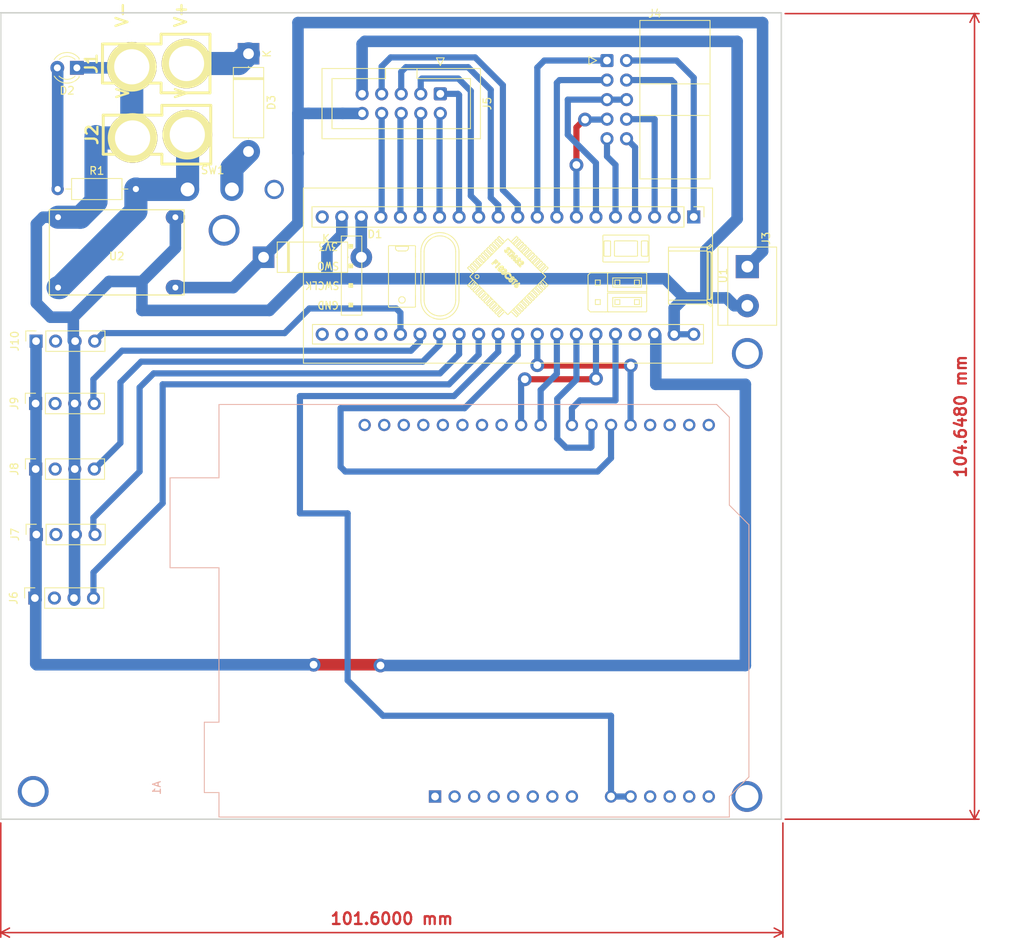
<source format=kicad_pcb>
(kicad_pcb (version 20221018) (generator pcbnew)
  (layers (0 "F.Cu" signal) (31 "B.Cu" signal) (34 "B.Paste" user) (35 "F.Paste" user) (36 "B.SilkS" user "B.Silkscreen") (37 "F.SilkS" user "F.Silkscreen") (38 "B.Mask" user) (39 "F.Mask" user) (44 "Edge.Cuts" user))
  (net 0 "")
  (net 9 "/EN1")
  (net 10 "/C1")
  (net 11 "/C2")
  (net 18 "/INB1")
  (net 19 "/PWM1")
  (net 20 "/PWM2")
  (net 21 "/INA1")
  (net 22 "/INA2")
  (net 23 "/INB2")
  (net 32 "/5v")
  (net 33 "GND")
  (net 34 "Net-(D1-K)")
  (net 35 "/VCC")
  (net 36 "Net-(D2-A)")
  (net 37 "/VIN")
  (net 38 "/S2")
  (net 39 "/S3")
  (net 40 "/S1")
  (net 41 "/S4")
  (net 42 "/S5")
  (net 43 "/S8")
  (net 44 "/S6")
  (net 45 "/S7")
  (net 46 "/B1")
  (net 47 "/L1")
  (net 48 "/B2")
  (net 49 "/L2")
  (net 50 "/B3")
  (net 51 "/L3")
  (net 52 "/B4")
  (net 53 "/L4")
  (net 54 "/3,3v")
  (net 55 "Net-(D3-K)")
  (net 56 "/P1")
  (net 58 "/P2")
  (net 60 "/P3")
  (net 62 "/P4")
  (net 63 "/P5")
  (net 71 "/38khz")
  (footprint "Connector_IDC:IDC-Header_2x05_P2.54mm_Horizontal" (layer "F.Cu") (at 129.9051 15.9512)
    (fp_text reference "J4" (at 6.215 -6.1) (layer "F.SilkS"))
    (fp_text value "Control Sensores")
    (pad "1" thru_hole roundrect (at 0 0) (size 1.7 1.7) (drill 1) (layers "*.Cu" "*.Mask") (roundrect_rratio 0.147059) (net 41 "/S4"))
    (pad "2" thru_hole circle (at 2.54 0) (size 1.7 1.7) (drill 1) (layers "*.Cu" "*.Mask") (net 43 "/S8"))
    (pad "3" thru_hole circle (at 0 2.54) (size 1.7 1.7) (drill 1) (layers "*.Cu" "*.Mask") (net 39 "/S3"))
    (pad "4" thru_hole circle (at 2.54 2.54) (size 1.7 1.7) (drill 1) (layers "*.Cu" "*.Mask") (net 45 "/S7"))
    (pad "5" thru_hole circle (at 0 5.08) (size 1.7 1.7) (drill 1) (layers "*.Cu" "*.Mask") (net 71 "/38khz"))
    (pad "6" thru_hole circle (at 2.54 5.08) (size 1.7 1.7) (drill 1) (layers "*.Cu" "*.Mask") (net 71 "/38khz"))
    (pad "7" thru_hole circle (at 0 7.62) (size 1.7 1.7) (drill 1) (layers "*.Cu" "*.Mask") (net 38 "/S2"))
    (pad "8" thru_hole circle (at 2.54 7.62) (size 1.7 1.7) (drill 1) (layers "*.Cu" "*.Mask") (net 44 "/S6"))
    (pad "9" thru_hole circle (at 0 10.16) (size 1.7 1.7) (drill 1) (layers "*.Cu" "*.Mask") (net 40 "/S1"))
    (pad "10" thru_hole circle (at 2.54 10.16) (size 1.7 1.7) (drill 1) (layers "*.Cu" "*.Mask") (net 42 "/S5"))
  )
  (footprint "Connector:Banana_Jack_3Pin" (layer "F.Cu") (at 75.4264 32.69742)
    (fp_text reference "SW1" (at 3.25 -2.5) (layer "F.SilkS"))
    (fp_text value "SW_DPDT_x2")
    (pad "1" thru_hole circle (at 0 0) (size 2.5 2.5) (drill 1.8) (layers "*.Cu" "*.Mask") (net 37 "/VIN"))
    (pad "2" thru_hole circle (at 5.75 0) (size 2.5 2.5) (drill 1.8) (layers "*.Cu" "*.Mask") (net 55 "Net-(D3-K)"))
    (pad "3" thru_hole circle (at 11.25 0) (size 2.5 2.5) (drill 1.8) (layers "*.Cu" "*.Mask"))
  )
  (footprint "Diode_THT:D_5W_P12.70mm_Horizontal" (layer "F.Cu") (at 83.3374 15.06982 -90)
    (fp_text reference "D3" (at 6.35 -2.97 90) (layer "F.SilkS"))
    (fp_text value "type=\"D\" model=\"DIODE\" lib=\"\"")
    (fp_text user "K" (at 0 -2.4 90) (layer "F.SilkS"))
    (pad "1" thru_hole rect (at 0 0 270) (size 2.8 2.8) (drill 1.4) (layers "*.Cu" "*.Mask") (net 35 "/VCC"))
    (pad "2" thru_hole oval (at 12.7 0 270) (size 2.8 2.8) (drill 1.4) (layers "*.Cu" "*.Mask") (net 55 "Net-(D3-K)"))
  )
  (footprint "" (layer "F.Cu") (at 148.1328 54.0004)
    (fp_text reference "" (at 0 0) (layer "F.SilkS") (effects (font (size 1.27 1.27))))
    (fp_text value "" (at 0 0) (layer "F.SilkS") (effects (font (size 1.27 1.27))))
    (pad "1" thru_hole circle (at 0 0) (size 4 4) (drill 3) (layers "*.Cu" "*.Mask"))
  )
  (footprint "Connector_IDC:IDC-Header_2x05_P2.54mm_Vertical" (layer "F.Cu") (at 108.2548 20.2787 -90)
    (fp_text reference "J5" (at 1.27 -6.1 -270) (layer "F.SilkS"))
    (fp_text value "Control Botones")
    (pad "1" thru_hole roundrect (at 0 0 270) (size 1.7 1.7) (drill 1) (layers "*.Cu" "*.Mask") (roundrect_rratio 0.147059) (net 46 "/B1"))
    (pad "2" thru_hole circle (at 2.54 0 270) (size 1.7 1.7) (drill 1) (layers "*.Cu" "*.Mask") (net 47 "/L1"))
    (pad "3" thru_hole circle (at 0 2.54 270) (size 1.7 1.7) (drill 1) (layers "*.Cu" "*.Mask") (net 48 "/B2"))
    (pad "4" thru_hole circle (at 2.54 2.54 270) (size 1.7 1.7) (drill 1) (layers "*.Cu" "*.Mask") (net 49 "/L2"))
    (pad "5" thru_hole circle (at 0 5.08 270) (size 1.7 1.7) (drill 1) (layers "*.Cu" "*.Mask") (net 50 "/B3"))
    (pad "6" thru_hole circle (at 2.54 5.08 270) (size 1.7 1.7) (drill 1) (layers "*.Cu" "*.Mask") (net 51 "/L3"))
    (pad "7" thru_hole circle (at 0 7.62 270) (size 1.7 1.7) (drill 1) (layers "*.Cu" "*.Mask") (net 52 "/B4"))
    (pad "8" thru_hole circle (at 2.54 7.62 270) (size 1.7 1.7) (drill 1) (layers "*.Cu" "*.Mask") (net 53 "/L4"))
    (pad "9" thru_hole circle (at 0 10.16 270) (size 1.7 1.7) (drill 1) (layers "*.Cu" "*.Mask") (net 33 "GND"))
    (pad "10" thru_hole circle (at 2.54 10.16 270) (size 1.7 1.7) (drill 1) (layers "*.Cu" "*.Mask") (net 32 "/5v"))
  )
  (footprint "TerminalBlock:TerminalBlock_bornier-2_P5.08mm" (layer "F.Cu") (at 148.1328 42.7228 -90)
    (fp_text reference "J3" (at -3.6576 -2.4384 90) (layer "F.SilkS"))
    (fp_text value "Conn_01x02_Male")
    (pad "1" thru_hole rect (at 0 0 270) (size 3 3) (drill 1.52) (layers "*.Cu" "*.Mask") (net 32 "/5v"))
    (pad "2" thru_hole circle (at 5.08 0 270) (size 3 3) (drill 1.52) (layers "*.Cu" "*.Mask") (net 33 "GND"))
  )
  (footprint "Diode_THT:D_5W_P12.70mm_Horizontal" (layer "F.Cu") (at 85.2932 41.5036)
    (fp_text reference "D1" (at 14.4526 -2.98778) (layer "F.SilkS"))
    (fp_text value "type=\"D\" model=\"DIODE\" lib=\"\"")
    (fp_text user "K" (at 8.1026 -2.41778) (layer "F.SilkS"))
    (pad "1" thru_hole rect (at 0 0) (size 2.8 2.8) (drill 1.4) (layers "*.Cu" "*.Mask") (net 32 "/5v"))
    (pad "2" thru_hole oval (at 12.7 0) (size 2.8 2.8) (drill 1.4) (layers "*.Cu" "*.Mask") (net 34 "Net-(D1-K)"))
  )
  (footprint "Connector_PinSocket_2.54mm:PinSocket_1x04_P2.54mm_Vertical" (layer "F.Cu") (at 55.5852 85.7762 90)
    (fp_text reference "J6" (at 0 -2.77 90) (layer "F.SilkS"))
    (fp_text value "Conn_01x04_Male")
    (pad "1" thru_hole rect (at 0 0 90) (size 1.7 1.7) (drill 1) (layers "*.Cu" "*.Mask") (net 54 "/3,3v"))
    (pad "2" thru_hole oval (at 0 2.54 90) (size 1.7 1.7) (drill 1) (layers "*.Cu" "*.Mask"))
    (pad "3" thru_hole oval (at 0 5.08 90) (size 1.7 1.7) (drill 1) (layers "*.Cu" "*.Mask") (net 33 "GND"))
    (pad "4" thru_hole oval (at 0 7.62 90) (size 1.7 1.7) (drill 1) (layers "*.Cu" "*.Mask") (net 56 "/P1"))
  )
  (footprint "Footprints:YAAJ_BluePill_1" (layer "F.Cu") (at 141.1732 36.2712 -90)
    (fp_text reference "U1" (at 7.62 -3.81 90) (layer "F.SilkS"))
    (fp_text value "YAAJ_BluePill_Part_Like_SWD_Breakout" hide)
    (fp_text user "GND" (at 11.43 47.498 -180 unlocked) (layer "F.SilkS") (effects (font (size 1 0.9))))
    (fp_text user "SWO" (at 6.35 47.498 -180 unlocked) (layer "F.SilkS") (effects (font (size 1 0.9))))
    (fp_text user "3V3" (at 3.81 47.498 -180 unlocked) (layer "F.SilkS") (effects (font (size 1 0.9))))
    (fp_text user "SWCLK" (at 8.89 48.26 -180 unlocked) (layer "F.SilkS") (effects (font (size 1 0.9))))
    (pad "1" thru_hole rect (at 0 0 270) (size 1.7 1.7) (drill 1) (layers "*.Cu" "*.Mask") (net 43 "/S8"))
    (pad "2" thru_hole circle (at 0 2.54 270) (size 1.7 1.7) (drill 1) (layers "*.Cu" "*.Mask") (net 45 "/S7"))
    (pad "3" thru_hole circle (at 0 5.08 270) (size 1.7 1.7) (drill 1) (layers "*.Cu" "*.Mask") (net 44 "/S6"))
    (pad "4" thru_hole circle (at 0 7.62 270) (size 1.7 1.7) (drill 1) (layers "*.Cu" "*.Mask") (net 42 "/S5"))
    (pad "5" thru_hole circle (at 0 10.16 270) (size 1.7 1.7) (drill 1) (layers "*.Cu" "*.Mask") (net 40 "/S1"))
    (pad "6" thru_hole circle (at 0 12.7 270) (size 1.7 1.7) (drill 1) (layers "*.Cu" "*.Mask") (net 71 "/38khz"))
    (pad "7" thru_hole circle (at 0 15.24 270) (size 1.7 1.7) (drill 1) (layers "*.Cu" "*.Mask") (net 38 "/S2"))
    (pad "8" thru_hole circle (at 0 17.78 270) (size 1.7 1.7) (drill 1) (layers "*.Cu" "*.Mask") (net 39 "/S3"))
    (pad "9" thru_hole circle (at 0 20.32 270) (size 1.7 1.7) (drill 1) (layers "*.Cu" "*.Mask") (net 41 "/S4"))
    (pad "10" thru_hole circle (at 0 22.86 270) (size 1.7 1.7) (drill 1) (layers "*.Cu" "*.Mask") (net 52 "/B4"))
    (pad "11" thru_hole circle (at 0 25.4 270) (size 1.7 1.7) (drill 1) (layers "*.Cu" "*.Mask") (net 50 "/B3"))
    (pad "12" thru_hole circle (at 0 27.94 270) (size 1.7 1.7) (drill 1) (layers "*.Cu" "*.Mask") (net 48 "/B2"))
    (pad "13" thru_hole circle (at 0 30.48 270) (size 1.7 1.7) (drill 1) (layers "*.Cu" "*.Mask") (net 46 "/B1"))
    (pad "14" thru_hole circle (at 0 33.02 270) (size 1.7 1.7) (drill 1) (layers "*.Cu" "*.Mask") (net 47 "/L1"))
    (pad "15" thru_hole circle (at 0 35.56 270) (size 1.7 1.7) (drill 1) (layers "*.Cu" "*.Mask") (net 49 "/L2"))
    (pad "16" thru_hole circle (at 0 38.1 270) (size 1.7 1.7) (drill 1) (layers "*.Cu" "*.Mask") (net 51 "/L3"))
    (pad "17" thru_hole circle (at 0 40.64 270) (size 1.7 1.7) (drill 1) (layers "*.Cu" "*.Mask") (net 53 "/L4"))
    (pad "18" thru_hole circle (at 0 43.18 270) (size 1.7 1.7) (drill 1) (layers "*.Cu" "*.Mask") (net 34 "Net-(D1-K)"))
    (pad "19" thru_hole circle (at 0 45.72 270) (size 1.7 1.7) (drill 1) (layers "*.Cu" "*.Mask") (net 33 "GND"))
    (pad "20" thru_hole circle (at 0 48.26 270) (size 1.7 1.7) (drill 1) (layers "*.Cu" "*.Mask") (net 54 "/3,3v"))
    (pad "21" thru_hole circle (at 15.24 48.26 270) (size 1.7 1.7) (drill 1) (layers "*.Cu" "*.Mask"))
    (pad "22" thru_hole circle (at 15.24 45.72 270) (size 1.7 1.7) (drill 1) (layers "*.Cu" "*.Mask"))
    (pad "23" thru_hole circle (at 15.24 43.18 270) (size 1.7 1.7) (drill 1) (layers "*.Cu" "*.Mask"))
    (pad "24" thru_hole circle (at 15.24 40.64 270) (size 1.7 1.7) (drill 1) (layers "*.Cu" "*.Mask"))
    (pad "25" thru_hole circle (at 15.24 38.1 270) (size 1.7 1.7) (drill 1) (layers "*.Cu" "*.Mask") (net 63 "/P5"))
    (pad "26" thru_hole circle (at 15.24 35.56 270) (size 1.7 1.7) (drill 1) (layers "*.Cu" "*.Mask") (net 62 "/P4"))
    (pad "27" thru_hole circle (at 15.24 33.02 270) (size 1.7 1.7) (drill 1) (layers "*.Cu" "*.Mask") (net 60 "/P3"))
    (pad "28" thru_hole circle (at 15.24 30.48 270) (size 1.7 1.7) (drill 1) (layers "*.Cu" "*.Mask") (net 58 "/P2"))
    (pad "29" thru_hole circle (at 15.24 27.94 270) (size 1.7 1.7) (drill 1) (layers "*.Cu" "*.Mask") (net 56 "/P1"))
    (pad "30" thru_hole circle (at 15.24 25.4 270) (size 1.7 1.7) (drill 1) (layers "*.Cu" "*.Mask") (net 9 "/EN1"))
    (pad "31" thru_hole circle (at 15.24 22.86 270) (size 1.7 1.7) (drill 1) (layers "*.Cu" "*.Mask") (net 19 "/PWM1"))
    (pad "32" thru_hole circle (at 15.24 20.32 270) (size 1.7 1.7) (drill 1) (layers "*.Cu" "*.Mask") (net 18 "/INB1"))
    (pad "33" thru_hole circle (at 15.24 17.78 270) (size 1.7 1.7) (drill 1) (layers "*.Cu" "*.Mask") (net 22 "/INA2"))
    (pad "34" thru_hole circle (at 15.24 15.24 270) (size 1.7 1.7) (drill 1) (layers "*.Cu" "*.Mask") (net 20 "/PWM2"))
    (pad "35" thru_hole circle (at 15.24 12.7 270) (size 1.7 1.7) (drill 1) (layers "*.Cu" "*.Mask") (net 23 "/INB2"))
    (pad "36" thru_hole circle (at 15.24 10.16 270) (size 1.7 1.7) (drill 1) (layers "*.Cu" "*.Mask") (net 21 "/INA1"))
    (pad "37" thru_hole circle (at 15.24 7.62 270) (size 1.7 1.7) (drill 1) (layers "*.Cu" "*.Mask"))
    (pad "38" thru_hole circle (at 15.24 5.08 270) (size 1.7 1.7) (drill 1) (layers "*.Cu" "*.Mask") (net 54 "/3,3v"))
    (pad "39" thru_hole circle (at 15.24 2.54 270) (size 1.7 1.7) (drill 1) (layers "*.Cu" "*.Mask") (net 33 "GND"))
    (pad "40" thru_hole circle (at 15.24 0 270) (size 1.7 1.7) (drill 1) (layers "*.Cu" "*.Mask") (net 33 "GND"))
  )
  (footprint "Connector_PinSocket_2.54mm:PinSocket_1x04_P2.54mm_Vertical" (layer "F.Cu") (at 55.7784 77.5208 90)
    (fp_text reference "J7" (at 0 -2.77 90) (layer "F.SilkS"))
    (fp_text value "Conn_01x04_Male")
    (pad "1" thru_hole rect (at 0 0 90) (size 1.7 1.7) (drill 1) (layers "*.Cu" "*.Mask") (net 54 "/3,3v"))
    (pad "2" thru_hole oval (at 0 2.54 90) (size 1.7 1.7) (drill 1) (layers "*.Cu" "*.Mask"))
    (pad "3" thru_hole oval (at 0 5.08 90) (size 1.7 1.7) (drill 1) (layers "*.Cu" "*.Mask") (net 33 "GND"))
    (pad "4" thru_hole oval (at 0 7.62 90) (size 1.7 1.7) (drill 1) (layers "*.Cu" "*.Mask") (net 58 "/P2"))
  )
  (footprint "Connector_PinSocket_2.54mm:PinSocket_1x04_P2.54mm_Vertical" (layer "F.Cu") (at 55.686 69.0202 90)
    (fp_text reference "J8" (at 0 -2.77 90) (layer "F.SilkS"))
    (fp_text value "Conn_01x04_Male")
    (pad "1" thru_hole rect (at 0 0 90) (size 1.7 1.7) (drill 1) (layers "*.Cu" "*.Mask") (net 54 "/3,3v"))
    (pad "2" thru_hole oval (at 0 2.54 90) (size 1.7 1.7) (drill 1) (layers "*.Cu" "*.Mask"))
    (pad "3" thru_hole oval (at 0 5.08 90) (size 1.7 1.7) (drill 1) (layers "*.Cu" "*.Mask") (net 33 "GND"))
    (pad "4" thru_hole oval (at 0 7.62 90) (size 1.7 1.7) (drill 1) (layers "*.Cu" "*.Mask") (net 60 "/P3"))
  )
  (footprint "Connectors:DEANS" (layer "F.Cu") (at 70.8152 25.58542 -90)
    (fp_text reference "J2" (at 0 7.8 90) (layer "F.SilkS") (effects (font (size 1.524 1.524) (thickness 0.3048))))
    (fp_text value "MOTORES" hide)
    (fp_text user "V+" (at -6.35 -3.81 90) (layer "F.SilkS") (effects (font (size 1.524 1.524) (thickness 0.3048))))
    (fp_text user "V-" (at -6.35 3.81 90) (layer "F.SilkS") (effects (font (size 1.524 1.524) (thickness 0.3048))))
    (pad "1" thru_hole circle (at 0 -4.572 270) (size 6.4516 6.4516) (drill 4.572) (layers "*.Cu" "*.Mask" "F.SilkS") (net 37 "/VIN"))
    (pad "2" thru_hole circle (at 0.42418 2.54 270) (size 6.4516 6.4516) (drill 4.572) (layers "*.Cu" "*.Mask" "F.SilkS") (net 33 "GND"))
  )
  (footprint "" (layer "F.Cu") (at 55.372 110.8964)
    (fp_text reference "" (at 0 0) (layer "F.SilkS") (effects (font (size 1.27 1.27))))
    (fp_text value "" (at 0 0) (layer "F.SilkS") (effects (font (size 1.27 1.27))))
    (pad "1" thru_hole circle (at 0 0) (size 4 4) (drill 3) (layers "*.Cu" "*.Mask"))
  )
  (footprint "Mini360_step-down:Mini360_step-down" (layer "F.Cu") (at 66.2178 40.87622)
    (fp_text reference "U2" (at 0 0.5) (layer "F.SilkS"))
    (fp_text value "Mini360")
    (pad "1" thru_hole oval (at -7.62 -4.57) (size 2.5 2) (drill 0.762) (layers "*.Cu" "*.Mask") (net 33 "GND"))
    (pad "2" thru_hole oval (at -7.62 4.57) (size 2.5 2) (drill 0.762) (layers "*.Cu" "*.Mask") (net 37 "/VIN"))
    (pad "3" thru_hole oval (at 7.62 -4.57) (size 2.5 2) (drill 0.762) (layers "*.Cu" "*.Mask") (net 33 "GND"))
    (pad "4" thru_hole oval (at 7.62 4.57) (size 2.5 2) (drill 0.762) (layers "*.Cu" "*.Mask") (net 32 "/5v"))
  )
  (footprint "Resistor_THT:R_Axial_DIN0207_L6.3mm_D2.5mm_P10.16mm_Horizontal" (layer "F.Cu") (at 58.547 32.64662)
    (fp_text reference "R1" (at 5.08 -2.37) (layer "F.SilkS"))
    (fp_text value "R")
    (pad "1" thru_hole circle (at 0 0) (size 1.6 1.6) (drill 0.8) (layers "*.Cu" "*.Mask") (net 36 "Net-(D2-A)"))
    (pad "2" thru_hole oval (at 10.16 0) (size 1.6 1.6) (drill 0.8) (layers "*.Cu" "*.Mask") (net 37 "/VIN"))
  )
  (footprint "Connector_PinSocket_2.54mm:PinSocket_1x04_P2.54mm_Vertical" (layer "F.Cu") (at 55.7376 52.4006 90)
    (fp_text reference "J10" (at 0 -2.77 90) (layer "F.SilkS"))
    (fp_text value "Conn_01x04_Male")
    (pad "1" thru_hole rect (at 0 0 90) (size 1.7 1.7) (drill 1) (layers "*.Cu" "*.Mask") (net 54 "/3,3v"))
    (pad "2" thru_hole oval (at 0 2.54 90) (size 1.7 1.7) (drill 1) (layers "*.Cu" "*.Mask"))
    (pad "3" thru_hole oval (at 0 5.08 90) (size 1.7 1.7) (drill 1) (layers "*.Cu" "*.Mask") (net 33 "GND"))
    (pad "4" thru_hole oval (at 0 7.62 90) (size 1.7 1.7) (drill 1) (layers "*.Cu" "*.Mask") (net 63 "/P5"))
  )
  (footprint "" (layer "F.Cu") (at 80.1624 37.9984)
    (fp_text reference "" (at 0 0) (layer "F.SilkS") (effects (font (size 1.27 1.27))))
    (fp_text value "" (at 0 0) (layer "F.SilkS") (effects (font (size 1.27 1.27))))
    (pad "1" thru_hole circle (at 0 0) (size 4 4) (drill 3) (layers "*.Cu" "*.Mask"))
  )
  (footprint "" (layer "F.Cu") (at 148.082 111.5568)
    (fp_text reference "" (at 0 0) (layer "F.SilkS") (effects (font (size 1.27 1.27))))
    (fp_text value "" (at 0 0) (layer "F.SilkS") (effects (font (size 1.27 1.27))))
    (pad "1" thru_hole circle (at 0 0) (size 4 4) (drill 3) (layers "*.Cu" "*.Mask"))
  )
  (footprint "Connector_PinSocket_2.54mm:PinSocket_1x04_P2.54mm_Vertical" (layer "F.Cu") (at 55.6768 60.5028 90)
    (fp_text reference "J9" (at 0 -2.77 90) (layer "F.SilkS"))
    (fp_text value "Conn_01x04_Male")
    (pad "1" thru_hole rect (at 0 0 90) (size 1.7 1.7) (drill 1) (layers "*.Cu" "*.Mask") (net 54 "/3,3v"))
    (pad "2" thru_hole oval (at 0 2.54 90) (size 1.7 1.7) (drill 1) (layers "*.Cu" "*.Mask"))
    (pad "3" thru_hole oval (at 0 5.08 90) (size 1.7 1.7) (drill 1) (layers "*.Cu" "*.Mask") (net 33 "GND"))
    (pad "4" thru_hole oval (at 0 7.62 90) (size 1.7 1.7) (drill 1) (layers "*.Cu" "*.Mask") (net 62 "/P4"))
  )
  (footprint "Connectors:DEANS" (layer "F.Cu") (at 70.7136 16.33982 -90)
    (fp_text reference "J1" (at 0 7.8 90) (layer "F.SilkS") (effects (font (size 1.524 1.524) (thickness 0.3048))))
    (fp_text value "BATERIA1" hide)
    (fp_text user "V-" (at -6.35 3.81 90) (layer "F.SilkS") (effects (font (size 1.524 1.524) (thickness 0.3048))))
    (fp_text user "V+" (at -6.35 -3.81 90) (layer "F.SilkS") (effects (font (size 1.524 1.524) (thickness 0.3048))))
    (pad "1" thru_hole circle (at 0 -4.572 270) (size 6.4516 6.4516) (drill 4.572) (layers "*.Cu" "*.Mask" "F.SilkS") (net 35 "/VCC"))
    (pad "2" thru_hole circle (at 0.42418 2.54 270) (size 6.4516 6.4516) (drill 4.572) (layers "*.Cu" "*.Mask" "F.SilkS") (net 33 "GND"))
  )
  (footprint "LED_THT:LED_D3.0mm" (layer "F.Cu") (at 61.0412 16.89862 180)
    (fp_text reference "D2" (at 1.27 -2.96) (layer "F.SilkS"))
    (fp_text value "LED")
    (pad "1" thru_hole rect (at 0 0 180) (size 1.8 1.8) (drill 0.9) (layers "*.Cu" "*.Mask") (net 33 "GND"))
    (pad "2" thru_hole circle (at 2.54 0 180) (size 1.8 1.8) (drill 0.9) (layers "*.Cu" "*.Mask") (net 36 "Net-(D2-A)"))
  )
  (footprint "Module:Arduino_UNO_R3" (layer "B.Cu") (at 107.569 111.5568)
    (fp_text reference "A1" (at -36.1442 -1.1176 90) (layer "B.SilkS") (effects (justify mirror)))
    (fp_text value "Arduino_UNO_R3")
    (pad "1" thru_hole rect (at 0 0 270) (size 1.6 1.6) (drill 1) (layers "*.Cu" "*.Mask"))
    (pad "2" thru_hole oval (at 2.54 0 270) (size 1.6 1.6) (drill 1) (layers "*.Cu" "*.Mask"))
    (pad "3" thru_hole oval (at 5.08 0 270) (size 1.6 1.6) (drill 1) (layers "*.Cu" "*.Mask"))
    (pad "4" thru_hole oval (at 7.62 0 270) (size 1.6 1.6) (drill 1) (layers "*.Cu" "*.Mask"))
    (pad "5" thru_hole oval (at 10.16 0 270) (size 1.6 1.6) (drill 1) (layers "*.Cu" "*.Mask"))
    (pad "6" thru_hole oval (at 12.7 0 270) (size 1.6 1.6) (drill 1) (layers "*.Cu" "*.Mask"))
    (pad "7" thru_hole oval (at 15.24 0 270) (size 1.6 1.6) (drill 1) (layers "*.Cu" "*.Mask"))
    (pad "8" thru_hole oval (at 17.78 0 270) (size 1.6 1.6) (drill 1) (layers "*.Cu" "*.Mask"))
    (pad "9" thru_hole oval (at 22.86 0 270) (size 1.6 1.6) (drill 1) (layers "*.Cu" "*.Mask") (net 9 "/EN1"))
    (pad "10" thru_hole oval (at 25.4 0 270) (size 1.6 1.6) (drill 1) (layers "*.Cu" "*.Mask") (net 9 "/EN1"))
    (pad "11" thru_hole oval (at 27.94 0 270) (size 1.6 1.6) (drill 1) (layers "*.Cu" "*.Mask") (net 10 "/C1"))
    (pad "12" thru_hole oval (at 30.48 0 270) (size 1.6 1.6) (drill 1) (layers "*.Cu" "*.Mask") (net 11 "/C2"))
    (pad "13" thru_hole oval (at 33.02 0 270) (size 1.6 1.6) (drill 1) (layers "*.Cu" "*.Mask"))
    (pad "14" thru_hole oval (at 35.56 0 270) (size 1.6 1.6) (drill 1) (layers "*.Cu" "*.Mask"))
    (pad "15" thru_hole oval (at 35.56 -48.26 270) (size 1.6 1.6) (drill 1) (layers "*.Cu" "*.Mask"))
    (pad "16" thru_hole oval (at 33.02 -48.26 270) (size 1.6 1.6) (drill 1) (layers "*.Cu" "*.Mask"))
    (pad "17" thru_hole oval (at 30.48 -48.26 270) (size 1.6 1.6) (drill 1) (layers "*.Cu" "*.Mask"))
    (pad "18" thru_hole oval (at 27.94 -48.26 270) (size 1.6 1.6) (drill 1) (layers "*.Cu" "*.Mask"))
    (pad "19" thru_hole oval (at 25.4 -48.26 270) (size 1.6 1.6) (drill 1) (layers "*.Cu" "*.Mask") (net 18 "/INB1"))
    (pad "20" thru_hole oval (at 22.86 -48.26 270) (size 1.6 1.6) (drill 1) (layers "*.Cu" "*.Mask") (net 19 "/PWM1"))
    (pad "21" thru_hole oval (at 20.32 -48.26 270) (size 1.6 1.6) (drill 1) (layers "*.Cu" "*.Mask") (net 20 "/PWM2"))
    (pad "22" thru_hole oval (at 17.78 -48.26 270) (size 1.6 1.6) (drill 1) (layers "*.Cu" "*.Mask") (net 21 "/INA1"))
    (pad "23" thru_hole oval (at 13.72 -48.26 270) (size 1.6 1.6) (drill 1) (layers "*.Cu" "*.Mask") (net 22 "/INA2"))
    (pad "24" thru_hole oval (at 11.18 -48.26 270) (size 1.6 1.6) (drill 1) (layers "*.Cu" "*.Mask") (net 23 "/INB2"))
    (pad "25" thru_hole oval (at 8.64 -48.26 270) (size 1.6 1.6) (drill 1) (layers "*.Cu" "*.Mask"))
    (pad "26" thru_hole oval (at 6.1 -48.26 270) (size 1.6 1.6) (drill 1) (layers "*.Cu" "*.Mask"))
    (pad "27" thru_hole oval (at 3.56 -48.26 270) (size 1.6 1.6) (drill 1) (layers "*.Cu" "*.Mask"))
    (pad "28" thru_hole oval (at 1.02 -48.26 270) (size 1.6 1.6) (drill 1) (layers "*.Cu" "*.Mask"))
    (pad "29" thru_hole oval (at -1.52 -48.26 270) (size 1.6 1.6) (drill 1) (layers "*.Cu" "*.Mask"))
    (pad "30" thru_hole oval (at -4.06 -48.26 270) (size 1.6 1.6) (drill 1) (layers "*.Cu" "*.Mask"))
    (pad "31" thru_hole oval (at -6.6 -48.26 270) (size 1.6 1.6) (drill 1) (layers "*.Cu" "*.Mask"))
    (pad "32" thru_hole oval (at -9.14 -48.26 270) (size 1.6 1.6) (drill 1) (layers "*.Cu" "*.Mask"))
  )
  (gr_rect (start 51.1556 9.7536) (end 152.5524 114.5032) (stroke (width 0.2)) (fill none) (layer "Edge.Cuts"))
  (dimension (type aligned) (layer "F.Cu") (pts (xy 152.7556 114.5032) (xy 51.1556 114.5032)) (height -14.732) (gr_text "101,6000 mm" (at 101.9556 127.4352) (layer "F.Cu") (effects (font (size 1.5 1.5) (thickness 0.3)))) (format (prefix "") (suffix "") (units 3) (units_format 1) (precision 4)) (style (thickness 0.2) (arrow_length 1.27) (text_position_mode 0) (extension_height 0.58642) (extension_offset 0.5) keep_text_aligned))
  (dimension (type aligned) (layer "F.Cu") (pts (xy 152.5524 9.8552) (xy 152.5524 114.5032)) (height -25.0952) (gr_text "104,6480 mm" (at 175.8476 62.1792 90) (layer "F.Cu") (effects (font (size 1.5 1.5) (thickness 0.3)))) (format (prefix "") (suffix "") (units 3) (units_format 1) (precision 4)) (style (thickness 0.2) (arrow_length 1.27) (text_position_mode 0) (extension_height 0.58642) (extension_offset 0.5) keep_text_aligned))
  (segment (start 132.969 111.5568) (end 130.429 111.5568) (width 0.8) (layer "B.Cu") (net 9))
  (segment (start 90.0176 59.5376) (end 110.0328 59.5376) (width 0.8) (layer "B.Cu") (net 9))
  (segment (start 110.0328 59.5376) (end 115.7732 53.7972) (width 0.8) (layer "B.Cu") (net 9))
  (segment (start 130.429 111.5568) (end 130.429 101.0666) (width 0.8) (layer "B.Cu") (net 9))
  (segment (start 96.2152 74.7776) (end 90.0176 74.7776) (width 0.8) (layer "B.Cu") (net 9))
  (segment (start 96.2152 96.4692) (end 96.2152 74.7776) (width 0.8) (layer "B.Cu") (net 9))
  (segment (start 90.0176 74.7776) (end 90.0176 59.5376) (width 0.8) (layer "B.Cu") (net 9))
  (segment (start 100.8126 101.0666) (end 96.2152 96.4692) (width 0.8) (layer "B.Cu") (net 9))
  (segment (start 130.429 101.0666) (end 100.8126 101.0666) (width 0.8) (layer "B.Cu") (net 9))
  (segment (start 115.7732 53.7972) (end 115.7732 51.5112) (width 0.8) (layer "B.Cu") (net 9))
  (segment (start 120.904 55.5752) (end 120.8532 55.5244) (width 0.8) (layer "F.Cu") (net 18))
  (segment (start 132.9944 55.5752) (end 120.904 55.5752) (width 0.8) (layer "F.Cu") (net 18))
  (via (at 132.9944 55.5752) (size 1.8) (drill 1) (layers "F.Cu" "B.Cu") (net 18))
  (via (at 120.8532 55.5244) (size 1.8) (drill 1) (layers "F.Cu" "B.Cu") (net 18))
  (segment (start 120.8532 55.5244) (end 120.8532 51.5112) (width 0.8) (layer "B.Cu") (net 18))
  (segment (start 132.969 55.6006) (end 132.9944 55.5752) (width 0.8) (layer "B.Cu") (net 18))
  (segment (start 132.969 63.2968) (end 132.969 55.6006) (width 0.8) (layer "B.Cu") (net 18))
  (segment (start 130.429 67.5894) (end 130.429 63.2968) (width 0.8) (layer "B.Cu") (net 19))
  (segment (start 111.4044 61.1124) (end 95.3008 61.1124) (width 0.8) (layer "B.Cu") (net 19))
  (segment (start 95.3008 61.1124) (end 95.3008 68.7324) (width 0.8) (layer "B.Cu") (net 19))
  (segment (start 118.3132 51.5112) (end 118.3132 54.2036) (width 0.8) (layer "B.Cu") (net 19))
  (segment (start 128.6764 69.342) (end 130.429 67.5894) (width 0.8) (layer "B.Cu") (net 19))
  (segment (start 95.3008 68.7324) (end 95.9104 69.342) (width 0.8) (layer "B.Cu") (net 19))
  (segment (start 118.3132 54.2036) (end 111.4044 61.1124) (width 0.8) (layer "B.Cu") (net 19))
  (segment (start 95.9104 69.342) (end 128.6764 69.342) (width 0.8) (layer "B.Cu") (net 19))
  (segment (start 127.889 66.1162) (end 127.762 66.2432) (width 0.8) (layer "B.Cu") (net 20))
  (segment (start 127.889 63.2968) (end 127.889 66.1162) (width 0.8) (layer "B.Cu") (net 20))
  (segment (start 123.444 65.0748) (end 123.444 59.8932) (width 0.8) (layer "B.Cu") (net 20))
  (segment (start 123.444 59.8932) (end 125.9332 57.404) (width 0.8) (layer "B.Cu") (net 20))
  (segment (start 127.762 66.2432) (end 124.6124 66.2432) (width 0.8) (layer "B.Cu") (net 20))
  (segment (start 125.9332 57.404) (end 125.9332 51.5112) (width 0.8) (layer "B.Cu") (net 20))
  (segment (start 124.6124 66.2432) (end 123.444 65.0748) (width 0.8) (layer "B.Cu") (net 20))
  (segment (start 125.349 63.2968) (end 125.349 61.1378) (width 0.8) (layer "B.Cu") (net 21))
  (segment (start 131.0132 60.0964) (end 131.0132 51.5112) (width 0.8) (layer "B.Cu") (net 21))
  (segment (start 126.3904 60.0964) (end 131.0132 60.0964) (width 0.8) (layer "B.Cu") (net 21))
  (segment (start 125.349 61.1378) (end 126.3904 60.0964) (width 0.8) (layer "B.Cu") (net 21))
  (segment (start 123.3932 56.642) (end 123.3932 51.5112) (width 0.8) (layer "B.Cu") (net 22))
  (segment (start 121.289 58.7462) (end 123.3932 56.642) (width 0.8) (layer "B.Cu") (net 22))
  (segment (start 121.289 63.2968) (end 121.289 58.7462) (width 0.8) (layer "B.Cu") (net 22))
  (segment (start 119.2276 57.3532) (end 128.3716 57.3532) (width 0.8) (layer "F.Cu") (net 23))
  (segment (start 128.3716 57.3532) (end 128.4732 57.2516) (width 0.8) (layer "F.Cu") (net 23))
  (via (at 128.4732 57.2516) (size 1.8) (drill 1) (layers "F.Cu" "B.Cu") (net 23))
  (via (at 119.2276 57.3532) (size 1.8) (drill 1) (layers "F.Cu" "B.Cu") (net 23))
  (segment (start 128.4732 57.2516) (end 128.4732 51.5112) (width 0.8) (layer "B.Cu") (net 23))
  (segment (start 118.749 63.2968) (end 118.749 57.8318) (width 0.8) (layer "B.Cu") (net 23))
  (segment (start 118.749 57.8318) (end 119.2276 57.3532) (width 0.8) (layer "B.Cu") (net 23))
  (segment (start 89.7541 22.8187) (end 91.1447 22.8187) (width 1.5) (layer "B.Cu") (net 32))
  (segment (start 81.35058 45.44622) (end 85.2932 41.5036) (width 1.5) (layer "B.Cu") (net 32))
  (segment (start 73.8378 45.44622) (end 81.35058 45.44622) (width 1.5) (layer "B.Cu") (net 32))
  (segment (start 89.7636 27.94) (end 89.7636 11.0236) (width 1.5) (layer "B.Cu") (net 32))
  (segment (start 150.114 11.0236) (end 150.114 40.7416) (width 1.5) (layer "B.Cu") (net 32))
  (segment (start 89.8144 27.9908) (end 89.7636 27.94) (width 1.5) (layer "B.Cu") (net 32))
  (segment (start 89.7541 37.0427) (end 89.7541 22.8187) (width 1.5) (layer "B.Cu") (net 32))
  (segment (start 150.114 40.7416) (end 148.1328 42.7228) (width 1.5) (layer "B.Cu") (net 32))
  (segment (start 95.5643 22.8187) (end 98.0948 22.8187) (width 1.5) (layer "B.Cu") (net 32))
  (segment (start 89.7636 11.0236) (end 150.114 11.0236) (width 1.5) (layer "B.Cu") (net 32))
  (segment (start 91.1447 22.8187) (end 95.5643 22.8187) (width 1.5) (layer "B.Cu") (net 32))
  (segment (start 85.2932 41.5036) (end 89.7541 37.0427) (width 1.5) (layer "B.Cu") (net 32))
  (segment (start 93.5228 44.2976) (end 93.5228 40.5384) (width 1.5) (layer "B.Cu") (net 33))
  (segment (start 68.1736 25.908) (end 68.2752 26.0096) (width 3) (layer "B.Cu") (net 33))
  (segment (start 93.5228 44.2976) (end 90.17 44.2976) (width 1.5) (layer "B.Cu") (net 33))
  (segment (start 68.1736 16.764) (end 68.1736 25.908) (width 3) (layer "B.Cu") (net 33))
  (segment (start 60.5844 52.2716) (end 60.5844 52.3578) (width 1.5) (layer "B.Cu") (net 33))
  (segment (start 90.17 44.2976) (end 90.1192 44.3484) (width 1.5) (layer "B.Cu") (net 33))
  (segment (start 98.4504 13.462) (end 98.0948 13.8176) (width 1.5) (layer "B.Cu") (net 33))
  (segment (start 86.0552 48.4124) (end 69.4944 48.4124) (width 1.5) (layer "B.Cu") (net 33))
  (segment (start 145.4404 46.7868) (end 142.748 46.7868) (width 1.5) (layer "B.Cu") (net 33))
  (segment (start 138.6332 48.1076) (end 138.6332 51.5112) (width 1.5) (layer "B.Cu") (net 33))
  (segment (start 55.7784 47.4472) (end 55.7784 37.1856) (width 1.5) (layer "B.Cu") (net 33))
  (segment (start 148.1328 47.8028) (end 146.4564 47.8028) (width 1.5) (layer "B.Cu") (net 33))
  (segment (start 137.4648 44.2976) (end 93.5228 44.2976) (width 1.5) (layer "B.Cu") (net 33))
  (segment (start 61.4914 36.30622) (end 63.5254 34.27222) (width 3) (layer "B.Cu") (net 33))
  (segment (start 146.4564 47.8028) (end 145.4404 46.7868) (width 1.5) (layer "B.Cu") (net 33))
  (segment (start 142.748 46.7868) (end 139.954 46.7868) (width 1.5) (layer "B.Cu") (net 33))
  (segment (start 58.5978 36.30622) (end 61.4914 36.30622) (width 3) (layer "B.Cu") (net 33))
  (segment (start 142.748 46.7868) (end 142.748 40.5892) (width 1.5) (layer "B.Cu") (net 33))
  (segment (start 65.2272 44.6532) (end 69.4944 44.6532) (width 1.5) (layer "B.Cu") (net 33))
  (segment (start 63.5254 34.27222) (end 63.5254 25.83942) (width 3) (layer "B.Cu") (net 33))
  (segment (start 60.7368 86.0136) (end 60.6952 86.0552) (width 1.5) (layer "B.Cu") (net 33))
  (segment (start 61.0412 16.89862) (end 68.03898 16.89862) (width 1.5) (layer "B.Cu") (net 33))
  (segment (start 60.5844 49.296) (end 57.6272 49.296) (width 1.5) (layer "B.Cu") (net 33))
  (segment (start 98.0948 13.8176) (end 98.0948 20.2787) (width 1.5) (layer "B.Cu") (net 33))
  (segment (start 56.65778 36.30622) (end 58.5978 36.30622) (width 1.5) (layer "B.Cu") (net 33))
  (segment (start 146.812 13.462) (end 98.4504 13.462) (width 1.5) (layer "B.Cu") (net 33))
  (segment (start 60.5844 49.296) (end 65.2272 44.6532) (width 1.5) (layer "B.Cu") (net 33))
  (segment (start 69.4944 44.6532) (end 73.8378 40.3098) (width 1.5) (layer "B.Cu") (net 33))
  (segment (start 60.5936 52.2624) (end 60.5844 52.2716) (width 1.5) (layer "B.Cu") (net 33))
  (segment (start 139.954 46.7868) (end 138.6332 48.1076) (width 1.5) (layer "B.Cu") (net 33))
  (segment (start 141.1732 51.5112) (end 138.6332 51.5112) (width 0.8) (layer "B.Cu") (net 33))
  (segment (start 63.5254 25.83942) (end 63.69558 26.0096) (width 3) (layer "B.Cu") (net 33))
  (segment (start 90.1192 44.3484) (end 86.0552 48.4124) (width 1.5) (layer "B.Cu") (net 33))
  (segment (start 68.03898 16.89862) (end 68.1736 16.764) (width 1.5) (layer "B.Cu") (net 33))
  (segment (start 146.812 36.5252) (end 146.812 13.462) (width 1.5) (layer "B.Cu") (net 33))
  (segment (start 69.4944 48.4124) (end 69.4944 44.6532) (width 1.5) (layer "B.Cu") (net 33))
  (segment (start 93.5228 40.5384) (end 95.4532 38.608) (width 1.5) (layer "B.Cu") (net 33))
  (segment (start 60.7368 52.561) (end 60.7368 86.0136) (width 1.5) (layer "B.Cu") (net 33))
  (segment (start 73.8378 40.3098) (end 73.8378 36.30622) (width 1.5) (layer "B.Cu") (net 33))
  (segment (start 95.4532 38.608) (end 95.4532 36.2712) (width 1.5) (layer "B.Cu") (net 33))
  (segment (start 139.954 46.7868) (end 137.4648 44.2976) (width 1.5) (layer "B.Cu") (net 33))
  (segment (start 60.5844 52.3578) (end 60.5844 49.296) (width 1.5) (layer "B.Cu") (net 33))
  (segment (start 55.7784 37.1856) (end 56.65778 36.30622) (width 1.5) (layer "B.Cu") (net 33))
  (segment (start 142.748 40.5892) (end 146.812 36.5252) (width 1.5) (layer "B.Cu") (net 33))
  (segment (start 57.6272 49.296) (end 55.7784 47.4472) (width 1.5) (layer "B.Cu") (net 33))
  (segment (start 63.69558 26.0096) (end 68.2752 26.0096) (width 3) (layer "B.Cu") (net 33))
  (segment (start 97.9932 41.5036) (end 97.9932 36.2712) (width 1.5) (layer "B.Cu") (net 34))
  (segment (start 82.0674 16.33982) (end 83.3374 15.06982) (width 3) (layer "B.Cu") (net 35))
  (segment (start 75.2856 16.33982) (end 82.0674 16.33982) (width 3) (layer "B.Cu") (net 35))
  (segment (start 58.547 32.64662) (end 58.547 16.94442) (width 1.5) (layer "B.Cu") (net 36))
  (segment (start 58.547 16.94442) (end 58.5012 16.89862) (width 1.5) (layer "B.Cu") (net 36))
  (segment (start 75.4264 32.69742) (end 75.4264 25.62462) (width 3) (layer "B.Cu") (net 37))
  (segment (start 68.707 35.5346) (end 68.707 32.64662) (width 3) (layer "B.Cu") (net 37))
  (segment (start 68.7578 32.69742) (end 68.707 32.64662) (width 3) (layer "B.Cu") (net 37))
  (segment (start 58.79538 45.44622) (end 68.707 35.5346) (width 3) (layer "B.Cu") (net 37))
  (segment (start 75.4264 25.62462) (end 75.3872 25.58542) (width 3) (layer "B.Cu") (net 37))
  (segment (start 58.5978 45.44622) (end 58.79538 45.44622) (width 3) (layer "B.Cu") (net 37))
  (segment (start 75.4264 32.69742) (end 68.7578 32.69742) (width 3) (layer "B.Cu") (net 37))
  (segment (start 126.9492 23.622) (end 127.0508 23.622) (width 0.8) (layer "F.Cu") (net 38))
  (segment (start 125.9332 29.5148) (end 125.9332 24.638) (width 0.8) (layer "F.Cu") (net 38))
  (segment (start 125.9332 24.638) (end 126.9492 23.622) (width 0.8) (layer "F.Cu") (net 38))
  (via (at 127.0508 23.622) (size 1.8) (drill 1) (layers "F.Cu" "B.Cu") (net 38))
  (via (at 125.9332 29.5148) (size 1.8) (drill 1) (layers "F.Cu" "B.Cu") (net 38))
  (segment (start 129.8543 23.622) (end 129.9051 23.5712) (width 0.8) (layer "B.Cu") (net 38))
  (segment (start 127.0508 23.622) (end 129.8543 23.622) (width 0.8) (layer "B.Cu") (net 38))
  (segment (start 125.9332 36.2712) (end 125.9332 29.5148) (width 0.8) (layer "B.Cu") (net 38))
  (segment (start 123.3932 18.8468) (end 123.3932 36.2712) (width 0.8) (layer "B.Cu") (net 39))
  (segment (start 123.7488 18.4912) (end 123.3932 18.8468) (width 0.8) (layer "B.Cu") (net 39))
  (segment (start 129.9051 18.4912) (end 123.7488 18.4912) (width 0.8) (layer "B.Cu") (net 39))
  (segment (start 129.9051 28.4067) (end 129.9051 26.1112) (width 0.8) (layer "B.Cu") (net 40))
  (segment (start 131.0132 36.2712) (end 131.0132 29.5148) (width 0.8) (layer "B.Cu") (net 40))
  (segment (start 131.0132 29.5148) (end 129.9051 28.4067) (width 0.8) (layer "B.Cu") (net 40))
  (segment (start 120.8532 16.8656) (end 121.7676 15.9512) (width 0.8) (layer "B.Cu") (net 41))
  (segment (start 121.7676 15.9512) (end 129.9051 15.9512) (width 0.8) (layer "B.Cu") (net 41))
  (segment (start 120.8532 36.2712) (end 120.8532 16.8656) (width 0.8) (layer "B.Cu") (net 41))
  (segment (start 133.5532 36.2712) (end 133.5532 27.2193) (width 0.8) (layer "B.Cu") (net 42))
  (segment (start 133.5532 27.2193) (end 132.4451 26.1112) (width 0.8) (layer "B.Cu") (net 42))
  (segment (start 141.1732 36.2712) (end 141.1732 18.1864) (width 0.8) (layer "B.Cu") (net 43))
  (segment (start 141.1732 18.1864) (end 138.938 15.9512) (width 0.8) (layer "B.Cu") (net 43))
  (segment (start 138.938 15.9512) (end 132.4451 15.9512) (width 0.8) (layer "B.Cu") (net 43))
  (segment (start 136.0932 23.5712) (end 132.4451 23.5712) (width 0.8) (layer "B.Cu") (net 44))
  (segment (start 136.0932 36.2712) (end 136.0932 23.5712) (width 0.8) (layer "B.Cu") (net 44))
  (segment (start 138.2776 18.4912) (end 132.4451 18.4912) (width 0.8) (layer "B.Cu") (net 45))
  (segment (start 138.6332 36.2712) (end 138.6332 18.8468) (width 0.8) (layer "B.Cu") (net 45))
  (segment (start 138.6332 18.8468) (end 138.2776 18.4912) (width 0.8) (layer "B.Cu") (net 45))
  (segment (start 110.6932 20.4216) (end 110.5503 20.2787) (width 0.8) (layer "B.Cu") (net 46))
  (segment (start 110.6932 36.2712) (end 110.6932 20.4216) (width 0.8) (layer "B.Cu") (net 46))
  (segment (start 110.5503 20.2787) (end 108.2548 20.2787) (width 0.8) (layer "B.Cu") (net 46))
  (segment (start 108.1532 36.2712) (end 108.1532 22.9203) (width 0.8) (layer "B.Cu") (net 47))
  (segment (start 108.1532 22.9203) (end 108.2548 22.8187) (width 0.8) (layer "B.Cu") (net 47))
  (segment (start 105.7148 18.4404) (end 105.7148 20.2787) (width 0.8) (layer "B.Cu") (net 48))
  (segment (start 110.5916 18.288) (end 105.8672 18.288) (width 0.8) (layer "B.Cu") (net 48))
  (segment (start 112.2172 19.9136) (end 110.5916 18.288) (width 0.8) (layer "B.Cu") (net 48))
  (segment (start 112.2172 33.528) (end 112.2172 19.9136) (width 0.8) (layer "B.Cu") (net 48))
  (segment (start 105.8672 18.288) (end 105.7148 18.4404) (width 0.8) (layer "B.Cu") (net 48))
  (segment (start 113.2332 34.544) (end 112.2172 33.528) (width 0.8) (layer "B.Cu") (net 48))
  (segment (start 113.2332 36.2712) (end 113.2332 34.544) (width 0.8) (layer "B.Cu") (net 48))
  (segment (start 105.6132 22.9203) (end 105.7148 22.8187) (width 0.8) (layer "B.Cu") (net 49))
  (segment (start 105.6132 36.2712) (end 105.6132 22.9203) (width 0.8) (layer "B.Cu") (net 49))
  (segment (start 103.7844 16.8148) (end 103.1748 17.4244) (width 0.8) (layer "B.Cu") (net 50))
  (segment (start 114.808 33.782) (end 114.808 19.7612) (width 0.8) (layer "B.Cu") (net 50))
  (segment (start 115.7732 34.7472) (end 114.808 33.782) (width 0.8) (layer "B.Cu") (net 50))
  (segment (start 115.7732 36.2712) (end 115.7732 34.7472) (width 0.8) (layer "B.Cu") (net 50))
  (segment (start 111.8616 16.8148) (end 103.7844 16.8148) (width 0.8) (layer "B.Cu") (net 50))
  (segment (start 103.1748 17.4244) (end 103.1748 20.2787) (width 0.8) (layer "B.Cu") (net 50))
  (segment (start 114.808 19.7612) (end 111.8616 16.8148) (width 0.8) (layer "B.Cu") (net 50))
  (segment (start 103.0732 22.9203) (end 103.1748 22.8187) (width 0.8) (layer "B.Cu") (net 51))
  (segment (start 103.0732 36.2712) (end 103.0732 22.9203) (width 0.8) (layer "B.Cu") (net 51))
  (segment (start 116.3828 32.766) (end 118.3132 34.6964) (width 0.8) (layer "B.Cu") (net 52))
  (segment (start 112.776 15.5448) (end 116.3828 19.1516) (width 0.8) (layer "B.Cu") (net 52))
  (segment (start 116.3828 19.1516) (end 116.3828 32.766) (width 0.8) (layer "B.Cu") (net 52))
  (segment (start 118.3132 34.6964) (end 118.3132 36.2712) (width 0.8) (layer "B.Cu") (net 52))
  (segment (start 101.8032 15.5448) (end 112.776 15.5448) (width 0.8) (layer "B.Cu") (net 52))
  (segment (start 100.6348 16.7132) (end 101.8032 15.5448) (width 0.8) (layer "B.Cu") (net 52))
  (segment (start 100.6348 20.2787) (end 100.6348 16.7132) (width 0.8) (layer "B.Cu") (net 52))
  (segment (start 100.6348 22.8187) (end 100.6348 36.1696) (width 0.8) (layer "B.Cu") (net 53))
  (segment (start 100.3808 94.4372) (end 100.4824 94.5388) (width 1.5) (layer "F.Cu") (net 54))
  (segment (start 91.7956 94.4372) (end 100.3808 94.4372) (width 1.5) (layer "F.Cu") (net 54))
  (via (at 91.7956 94.4372) (size 1.8) (drill 1) (layers "F.Cu" "B.Cu") (net 54))
  (via (at 100.4824 94.5388) (size 1.8) (drill 1) (layers "F.Cu" "B.Cu") (net 54))
  (segment (start 55.7368 52.561) (end 55.7368 86.0136) (width 1.5) (layer "B.Cu") (net 54))
  (segment (start 147.8788 58.0136) (end 136.2456 58.0136) (width 1.5) (layer "B.Cu") (net 54))
  (segment (start 55.6952 94.3032) (end 55.8292 94.4372) (width 1.5) (layer "B.Cu") (net 54))
  (segment (start 55.8292 94.4372) (end 91.7956 94.4372) (width 1.5) (layer "B.Cu") (net 54))
  (segment (start 147.8788 94.5388) (end 147.8788 58.0136) (width 1.5) (layer "B.Cu") (net 54))
  (segment (start 55.7368 86.0136) (end 55.6952 86.0552) (width 1.5) (layer "B.Cu") (net 54))
  (segment (start 136.2456 58.0136) (end 136.2456 51.6636) (width 1.5) (layer "B.Cu") (net 54))
  (segment (start 136.2456 51.6636) (end 136.0932 51.5112) (width 1.5) (layer "B.Cu") (net 54))
  (segment (start 100.4824 94.5388) (end 147.8788 94.5388) (width 1.5) (layer "B.Cu") (net 54))
  (segment (start 55.6952 86.0552) (end 55.6952 94.3032) (width 1.5) (layer "B.Cu") (net 54))
  (segment (start 81.1764 32.69742) (end 81.1764 29.93082) (width 3) (layer "B.Cu") (net 55))
  (segment (start 81.1764 29.93082) (end 83.3374 27.76982) (width 3) (layer "B.Cu") (net 55))
  (segment (start 109.3724 58.0136) (end 72.1868 58.0136) (width 0.8) (layer "B.Cu") (net 56))
  (segment (start 113.2332 54.1528) (end 109.3724 58.0136) (width 0.8) (layer "B.Cu") (net 56))
  (segment (start 63.1952 82.4484) (end 63.1952 86.0552) (width 0.8) (layer "B.Cu") (net 56))
  (segment (start 72.1868 73.4568) (end 63.1952 82.4484) (width 0.8) (layer "B.Cu") (net 56))
  (segment (start 113.2332 51.5112) (end 113.2332 54.1528) (width 0.8) (layer "B.Cu") (net 56))
  (segment (start 72.1868 58.0136) (end 72.1868 73.4568) (width 0.8) (layer "B.Cu") (net 56))
  (segment (start 110.6932 54.102) (end 110.6932 51.5112) (width 0.8) (layer "B.Cu") (net 58))
  (segment (start 69.1896 69.342) (end 69.1896 58.42) (width 0.8) (layer "B.Cu") (net 58))
  (segment (start 63.186 77.6054) (end 63.186 75.3456) (width 0.8) (layer "B.Cu") (net 58))
  (segment (start 69.1896 58.42) (end 71.0184 56.5912) (width 0.8) (layer "B.Cu") (net 58))
  (segment (start 71.0184 56.5912) (end 108.204 56.5912) (width 0.8) (layer "B.Cu") (net 58))
  (segment (start 108.204 56.5912) (end 110.6932 54.102) (width 0.8) (layer "B.Cu") (net 58))
  (segment (start 63.186 75.3456) (end 69.1896 69.342) (width 0.8) (layer "B.Cu") (net 58))
  (segment (start 108.1532 52.8828) (end 105.9688 55.0672) (width 0.8) (layer "B.Cu") (net 60))
  (segment (start 63.3138 69.0202) (end 63.186 69.0202) (width 0.8) (layer "B.Cu") (net 60))
  (segment (start 105.9688 55.0672) (end 69.3928 55.0672) (width 0.8) (layer "B.Cu") (net 60))
  (segment (start 66.7004 65.6336) (end 63.3138 69.0202) (width 0.8) (layer "B.Cu") (net 60))
  (segment (start 66.7004 57.7596) (end 66.7004 65.6336) (width 0.8) (layer "B.Cu") (net 60))
  (segment (start 108.1532 51.5112) (end 108.1532 52.8828) (width 0.8) (layer "B.Cu") (net 60))
  (segment (start 69.3928 55.0672) (end 66.7004 57.7596) (width 0.8) (layer "B.Cu") (net 60))
  (segment (start 66.9036 53.6448) (end 104.4448 53.6448) (width 0.8) (layer "B.Cu") (net 62))
  (segment (start 63.186 60.8922) (end 63.186 57.3624) (width 0.8) (layer "B.Cu") (net 62))
  (segment (start 63.186 57.3624) (end 66.9036 53.6448) (width 0.8) (layer "B.Cu") (net 62))
  (segment (start 104.4448 53.6448) (end 105.6132 52.4764) (width 0.8) (layer "B.Cu") (net 62))
  (segment (start 105.6132 52.4764) (end 105.6132 51.5112) (width 0.8) (layer "B.Cu") (net 62))
  (segment (start 102.5144 48.1584) (end 103.0732 48.7172) (width 0.8) (layer "B.Cu") (net 63))
  (segment (start 64.439 51.3588) (end 88.0364 51.3588) (width 0.8) (layer "B.Cu") (net 63))
  (segment (start 103.0732 48.7172) (end 103.0732 51.5112) (width 0.8) (layer "B.Cu") (net 63))
  (segment (start 63.2368 52.561) (end 64.439 51.3588) (width 0.8) (layer "B.Cu") (net 63))
  (segment (start 91.2368 48.1584) (end 102.5144 48.1584) (width 0.8) (layer "B.Cu") (net 63))
  (segment (start 88.0364 51.3588) (end 91.2368 48.1584) (width 0.8) (layer "B.Cu") (net 63))
  (segment (start 124.8156 25.6032) (end 124.8156 21.0312) (width 0.8) (layer "B.Cu") (net 71))
  (segment (start 128.4732 29.2608) (end 124.8156 25.6032) (width 0.8) (layer "B.Cu") (net 71))
  (segment (start 124.8156 21.0312) (end 129.9051 21.0312) (width 0.8) (layer "B.Cu") (net 71))
  (segment (start 132.4451 21.0312) (end 129.9051 21.0312) (width 0.8) (layer "B.Cu") (net 71))
  (segment (start 128.4732 36.2712) (end 128.4732 29.2608) (width 0.8) (layer "B.Cu") (net 71))
)
</source>
